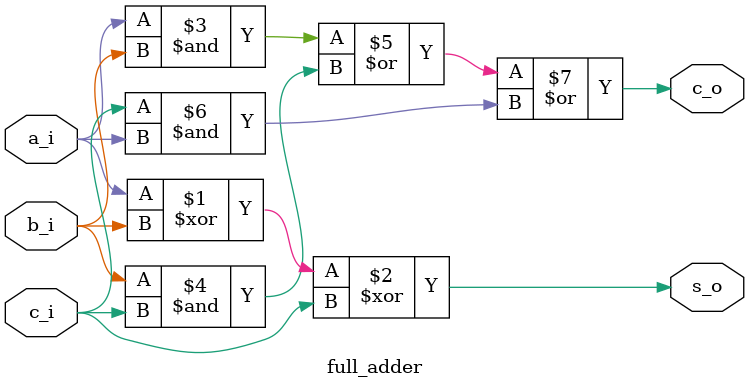
<source format=sv>

module full_adder(
  input  a_i, // Input A
  input  b_i, // Input B
  input  c_i, // Input Carry
  output s_o, // Sum Output
  output c_o  // Carry Output
);
  
  // Combinational Logic
  assign s_o = (a_i ^ b_i ^ c_i);
  assign c_o = (a_i & b_i) | (b_i & c_i) | (c_i & a_i);

endmodule
</source>
